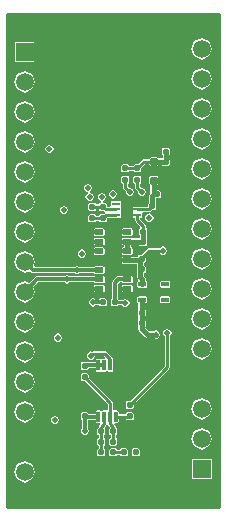
<source format=gbl>
G04*
G04 #@! TF.GenerationSoftware,Altium Limited,CircuitStudio,1.5.1 (13)*
G04*
G04 Layer_Physical_Order=4*
G04 Layer_Color=16711680*
%FSLAX25Y25*%
%MOIN*%
G70*
G01*
G75*
G04:AMPARAMS|DCode=10|XSize=19.69mil|YSize=19.69mil|CornerRadius=1.97mil|HoleSize=0mil|Usage=FLASHONLY|Rotation=180.000|XOffset=0mil|YOffset=0mil|HoleType=Round|Shape=RoundedRectangle|*
%AMROUNDEDRECTD10*
21,1,0.01969,0.01575,0,0,180.0*
21,1,0.01575,0.01969,0,0,180.0*
1,1,0.00394,-0.00787,0.00787*
1,1,0.00394,0.00787,0.00787*
1,1,0.00394,0.00787,-0.00787*
1,1,0.00394,-0.00787,-0.00787*
%
%ADD10ROUNDEDRECTD10*%
G04:AMPARAMS|DCode=15|XSize=35mil|YSize=12.01mil|CornerRadius=1.5mil|HoleSize=0mil|Usage=FLASHONLY|Rotation=90.000|XOffset=0mil|YOffset=0mil|HoleType=Round|Shape=RoundedRectangle|*
%AMROUNDEDRECTD15*
21,1,0.03500,0.00901,0,0,90.0*
21,1,0.03200,0.01201,0,0,90.0*
1,1,0.00300,0.00450,0.01600*
1,1,0.00300,0.00450,-0.01600*
1,1,0.00300,-0.00450,-0.01600*
1,1,0.00300,-0.00450,0.01600*
%
%ADD15ROUNDEDRECTD15*%
G04:AMPARAMS|DCode=17|XSize=19.69mil|YSize=19.69mil|CornerRadius=1.97mil|HoleSize=0mil|Usage=FLASHONLY|Rotation=90.000|XOffset=0mil|YOffset=0mil|HoleType=Round|Shape=RoundedRectangle|*
%AMROUNDEDRECTD17*
21,1,0.01969,0.01575,0,0,90.0*
21,1,0.01575,0.01969,0,0,90.0*
1,1,0.00394,0.00787,0.00787*
1,1,0.00394,0.00787,-0.00787*
1,1,0.00394,-0.00787,-0.00787*
1,1,0.00394,-0.00787,0.00787*
%
%ADD17ROUNDEDRECTD17*%
%ADD23C,0.01000*%
%ADD24C,0.01200*%
%ADD25R,0.05906X0.05906*%
%ADD26C,0.05906*%
%ADD27C,0.02000*%
G04:AMPARAMS|DCode=28|XSize=30mil|YSize=18mil|CornerRadius=0.9mil|HoleSize=0mil|Usage=FLASHONLY|Rotation=0.000|XOffset=0mil|YOffset=0mil|HoleType=Round|Shape=RoundedRectangle|*
%AMROUNDEDRECTD28*
21,1,0.03000,0.01620,0,0,0.0*
21,1,0.02820,0.01800,0,0,0.0*
1,1,0.00180,0.01410,-0.00810*
1,1,0.00180,-0.01410,-0.00810*
1,1,0.00180,-0.01410,0.00810*
1,1,0.00180,0.01410,0.00810*
%
%ADD28ROUNDEDRECTD28*%
G04:AMPARAMS|DCode=29|XSize=16mil|YSize=26mil|CornerRadius=0.8mil|HoleSize=0mil|Usage=FLASHONLY|Rotation=270.000|XOffset=0mil|YOffset=0mil|HoleType=Round|Shape=RoundedRectangle|*
%AMROUNDEDRECTD29*
21,1,0.01600,0.02440,0,0,270.0*
21,1,0.01440,0.02600,0,0,270.0*
1,1,0.00160,-0.01220,-0.00720*
1,1,0.00160,-0.01220,0.00720*
1,1,0.00160,0.01220,0.00720*
1,1,0.00160,0.01220,-0.00720*
%
%ADD29ROUNDEDRECTD29*%
G04:AMPARAMS|DCode=30|XSize=23.62mil|YSize=23.62mil|CornerRadius=2.36mil|HoleSize=0mil|Usage=FLASHONLY|Rotation=270.000|XOffset=0mil|YOffset=0mil|HoleType=Round|Shape=RoundedRectangle|*
%AMROUNDEDRECTD30*
21,1,0.02362,0.01890,0,0,270.0*
21,1,0.01890,0.02362,0,0,270.0*
1,1,0.00472,-0.00945,-0.00945*
1,1,0.00472,-0.00945,0.00945*
1,1,0.00472,0.00945,0.00945*
1,1,0.00472,0.00945,-0.00945*
%
%ADD30ROUNDEDRECTD30*%
G04:AMPARAMS|DCode=31|XSize=15.75mil|YSize=15.75mil|CornerRadius=1.58mil|HoleSize=0mil|Usage=FLASHONLY|Rotation=270.000|XOffset=0mil|YOffset=0mil|HoleType=Round|Shape=RoundedRectangle|*
%AMROUNDEDRECTD31*
21,1,0.01575,0.01260,0,0,270.0*
21,1,0.01260,0.01575,0,0,270.0*
1,1,0.00315,-0.00630,-0.00630*
1,1,0.00315,-0.00630,0.00630*
1,1,0.00315,0.00630,0.00630*
1,1,0.00315,0.00630,-0.00630*
%
%ADD31ROUNDEDRECTD31*%
G04:AMPARAMS|DCode=32|XSize=24.02mil|YSize=55.91mil|CornerRadius=1.2mil|HoleSize=0mil|Usage=FLASHONLY|Rotation=180.000|XOffset=0mil|YOffset=0mil|HoleType=Round|Shape=RoundedRectangle|*
%AMROUNDEDRECTD32*
21,1,0.02402,0.05350,0,0,180.0*
21,1,0.02161,0.05591,0,0,180.0*
1,1,0.00240,-0.01081,0.02675*
1,1,0.00240,0.01081,0.02675*
1,1,0.00240,0.01081,-0.02675*
1,1,0.00240,-0.01081,-0.02675*
%
%ADD32ROUNDEDRECTD32*%
G04:AMPARAMS|DCode=33|XSize=26.58mil|YSize=9.84mil|CornerRadius=0.49mil|HoleSize=0mil|Usage=FLASHONLY|Rotation=180.000|XOffset=0mil|YOffset=0mil|HoleType=Round|Shape=RoundedRectangle|*
%AMROUNDEDRECTD33*
21,1,0.02658,0.00886,0,0,180.0*
21,1,0.02559,0.00984,0,0,180.0*
1,1,0.00098,-0.01280,0.00443*
1,1,0.00098,0.01280,0.00443*
1,1,0.00098,0.01280,-0.00443*
1,1,0.00098,-0.01280,-0.00443*
%
%ADD33ROUNDEDRECTD33*%
%ADD34C,0.01500*%
G36*
X135433Y17786D02*
X64567D01*
Y182214D01*
X135433D01*
Y17786D01*
D02*
G37*
%LPC*%
G36*
X93267Y87393D02*
X92272Y86981D01*
X91860Y85986D01*
X92272Y84991D01*
X93267Y84579D01*
X94262Y84991D01*
X94276Y85026D01*
X95284D01*
X95364Y84832D01*
X95744Y84675D01*
X97319D01*
X97699Y84832D01*
X97857Y85213D01*
Y86787D01*
X97699Y87168D01*
X97319Y87325D01*
X95744D01*
X95364Y87168D01*
X95284Y86974D01*
X94265D01*
X94262Y86981D01*
X93267Y87393D01*
D02*
G37*
G36*
X118520Y88072D02*
X116080D01*
X115789Y87952D01*
X115669Y87661D01*
Y86221D01*
X115789Y85930D01*
X116080Y85810D01*
X118520D01*
X118811Y85930D01*
X118931Y86221D01*
Y87661D01*
X118811Y87952D01*
X118520Y88072D01*
D02*
G37*
G36*
X129528Y94021D02*
X127038Y92989D01*
X126007Y90500D01*
X127038Y88011D01*
X129528Y86979D01*
X132017Y88011D01*
X133048Y90500D01*
X132017Y92989D01*
X129528Y94021D01*
D02*
G37*
G36*
Y84021D02*
X127038Y82990D01*
X126007Y80500D01*
X127038Y78010D01*
X129528Y76979D01*
X132017Y78010D01*
X133048Y80500D01*
X132017Y82990D01*
X129528Y84021D01*
D02*
G37*
G36*
X81567Y75693D02*
X80572Y75281D01*
X80160Y74286D01*
X80572Y73291D01*
X81567Y72879D01*
X82562Y73291D01*
X82974Y74286D01*
X82562Y75281D01*
X81567Y75693D01*
D02*
G37*
G36*
X110920Y88072D02*
X108480D01*
X108189Y87952D01*
X108069Y87661D01*
Y86221D01*
X108189Y85930D01*
X108395Y85845D01*
Y83681D01*
X108364Y83668D01*
X108206Y83287D01*
Y81713D01*
X108364Y81332D01*
X108395Y81319D01*
Y80181D01*
X108364Y80168D01*
X108206Y79787D01*
Y78213D01*
X108364Y77832D01*
X108395Y77819D01*
Y77221D01*
X108728Y76417D01*
X110663Y74482D01*
X111467Y74149D01*
X113514D01*
X114167Y73879D01*
X115162Y74291D01*
X115574Y75286D01*
X115162Y76281D01*
X114167Y76693D01*
X113514Y76422D01*
X111938D01*
X110940Y77420D01*
X110699Y77832D01*
X110857Y78213D01*
Y79787D01*
X110699Y80168D01*
X110668Y80181D01*
Y81319D01*
X110699Y81332D01*
X110857Y81713D01*
Y83287D01*
X110699Y83668D01*
X110668Y83681D01*
Y85810D01*
X110920D01*
X111211Y85930D01*
X111331Y86221D01*
Y87661D01*
X111211Y87952D01*
X110920Y88072D01*
D02*
G37*
G36*
X70472Y83021D02*
X67983Y81990D01*
X66952Y79500D01*
X67983Y77011D01*
X70472Y75979D01*
X72962Y77011D01*
X73993Y79500D01*
X72962Y81990D01*
X70472Y83021D01*
D02*
G37*
G36*
X106110Y94933D02*
X103290D01*
X102991Y94809D01*
X102936Y94675D01*
X101701D01*
X101012Y94390D01*
X99780Y93157D01*
X99494Y92469D01*
Y87248D01*
X99301Y87168D01*
X99143Y86787D01*
Y85213D01*
X99301Y84832D01*
X99681Y84675D01*
X101256D01*
X101636Y84832D01*
X101761Y85134D01*
X102930D01*
X103072Y84791D01*
X104067Y84379D01*
X105062Y84791D01*
X105474Y85786D01*
X105062Y86781D01*
X104067Y87193D01*
X103278Y86866D01*
X101761D01*
X101636Y87168D01*
X101443Y87248D01*
Y92065D01*
X102104Y92727D01*
X102936D01*
X102991Y92592D01*
X103290Y92469D01*
X106110D01*
X106409Y92592D01*
X106532Y92891D01*
Y94511D01*
X106409Y94809D01*
X106110Y94933D01*
D02*
G37*
G36*
X70472Y103021D02*
X67983Y101989D01*
X66952Y99500D01*
X67983Y97010D01*
X70472Y95979D01*
X71988Y96607D01*
X72433Y96162D01*
X73122Y95876D01*
X87037D01*
X87072Y95791D01*
X88067Y95379D01*
X89062Y95791D01*
X89097Y95876D01*
X93536D01*
X93591Y95742D01*
X93890Y95618D01*
X96710D01*
X97009Y95742D01*
X97132Y96040D01*
Y97660D01*
X97009Y97959D01*
X96710Y98083D01*
X93890D01*
X93591Y97959D01*
X93536Y97825D01*
X88956D01*
X88067Y98193D01*
X87178Y97825D01*
X73840D01*
X73502Y98315D01*
X73993Y99500D01*
X72962Y101989D01*
X70472Y103021D01*
D02*
G37*
G36*
X129528Y104021D02*
X127038Y102990D01*
X126007Y100500D01*
X127038Y98010D01*
X129528Y96979D01*
X132017Y98010D01*
X133048Y100500D01*
X132017Y102990D01*
X129528Y104021D01*
D02*
G37*
G36*
X84567Y95108D02*
X83572Y94696D01*
X83563Y94675D01*
X74673D01*
X73984Y94390D01*
X71988Y92393D01*
X70472Y93021D01*
X67983Y91989D01*
X66952Y89500D01*
X67983Y87011D01*
X70472Y85979D01*
X72962Y87011D01*
X73993Y89500D01*
X73365Y91015D01*
X75077Y92727D01*
X83563D01*
X83572Y92706D01*
X84567Y92294D01*
X85562Y92706D01*
X85571Y92727D01*
X93536D01*
X93591Y92592D01*
X93890Y92469D01*
X96710D01*
X97009Y92592D01*
X97132Y92891D01*
Y94511D01*
X97009Y94809D01*
X96710Y94933D01*
X93890D01*
X93591Y94809D01*
X93536Y94675D01*
X85571D01*
X85562Y94696D01*
X84567Y95108D01*
D02*
G37*
G36*
X96710Y91783D02*
X93890D01*
X93591Y91660D01*
X93468Y91361D01*
Y89741D01*
X93591Y89443D01*
X93890Y89319D01*
X96710D01*
X97009Y89443D01*
X97132Y89741D01*
Y91361D01*
X97009Y91660D01*
X96710Y91783D01*
D02*
G37*
G36*
X106110D02*
X103290D01*
X102991Y91660D01*
X102868Y91361D01*
Y89741D01*
X102991Y89443D01*
X103290Y89319D01*
X106110D01*
X106409Y89443D01*
X106532Y89741D01*
Y91361D01*
X106409Y91660D01*
X106110Y91783D01*
D02*
G37*
G36*
X118520Y93190D02*
X116080D01*
X115789Y93070D01*
X115669Y92779D01*
Y91339D01*
X115789Y91048D01*
X116080Y90928D01*
X118520D01*
X118811Y91048D01*
X118931Y91339D01*
Y92779D01*
X118811Y93070D01*
X118520Y93190D01*
D02*
G37*
G36*
X129528Y44021D02*
X127038Y42990D01*
X126007Y40500D01*
X127038Y38010D01*
X129528Y36979D01*
X132017Y38010D01*
X133048Y40500D01*
X132017Y42990D01*
X129528Y44021D01*
D02*
G37*
G36*
X80567Y48193D02*
X79572Y47781D01*
X79160Y46786D01*
X79572Y45791D01*
X80567Y45379D01*
X81562Y45791D01*
X81974Y46786D01*
X81562Y47781D01*
X80567Y48193D01*
D02*
G37*
G36*
X70472Y53021D02*
X67983Y51990D01*
X66952Y49500D01*
X67983Y47010D01*
X70472Y45979D01*
X72962Y47010D01*
X73993Y49500D01*
X72962Y51990D01*
X70472Y53021D01*
D02*
G37*
G36*
X104319Y37325D02*
X102744D01*
X102364Y37168D01*
X102239Y36866D01*
X101261D01*
X101136Y37168D01*
X100756Y37325D01*
X99181D01*
X98801Y37168D01*
X98643Y36787D01*
Y35213D01*
X98801Y34832D01*
X99181Y34675D01*
X100756D01*
X101136Y34832D01*
X101261Y35134D01*
X102239D01*
X102364Y34832D01*
X102744Y34675D01*
X104319D01*
X104699Y34832D01*
X104857Y35213D01*
Y36787D01*
X104699Y37168D01*
X104319Y37325D01*
D02*
G37*
G36*
X70472Y33021D02*
X67983Y31990D01*
X66952Y29500D01*
X67983Y27010D01*
X70472Y25979D01*
X72962Y27010D01*
X73993Y29500D01*
X72962Y31990D01*
X70472Y33021D01*
D02*
G37*
G36*
X132780Y33753D02*
X126275D01*
Y27247D01*
X132780D01*
Y33753D01*
D02*
G37*
G36*
X108256Y37325D02*
X106681D01*
X106301Y37168D01*
X106143Y36787D01*
Y35213D01*
X106301Y34832D01*
X106681Y34675D01*
X108256D01*
X108636Y34832D01*
X108794Y35213D01*
Y36787D01*
X108636Y37168D01*
X108256Y37325D01*
D02*
G37*
G36*
X70472Y73021D02*
X67983Y71990D01*
X66952Y69500D01*
X67983Y67010D01*
X70472Y65979D01*
X72962Y67010D01*
X73993Y69500D01*
X72962Y71990D01*
X70472Y73021D01*
D02*
G37*
G36*
X129528Y74021D02*
X127038Y72989D01*
X126007Y70500D01*
X127038Y68010D01*
X129528Y66979D01*
X132017Y68010D01*
X133048Y70500D01*
X132017Y72989D01*
X129528Y74021D01*
D02*
G37*
G36*
X97167Y69752D02*
X93167D01*
X92796Y69598D01*
X92567Y69693D01*
X91572Y69281D01*
X91160Y68286D01*
X91572Y67291D01*
X92567Y66879D01*
X93562Y67291D01*
X93864Y68020D01*
X96808D01*
X97196Y67632D01*
X96989Y67132D01*
X96581D01*
X96306Y67019D01*
X96237Y66990D01*
X95858D01*
X95788Y67019D01*
X95513Y67132D01*
X94613D01*
X94268Y66990D01*
X94126Y66645D01*
Y66019D01*
X91716D01*
X91668Y66136D01*
X91287Y66294D01*
X89713D01*
X89332Y66136D01*
X89175Y65756D01*
Y64181D01*
X89332Y63801D01*
X89713Y63643D01*
X91287D01*
X91668Y63801D01*
X91780Y64071D01*
X94126D01*
Y63445D01*
X94268Y63101D01*
X94613Y62958D01*
X95513D01*
X95788Y63072D01*
X95858Y63101D01*
X96237D01*
X96306Y63072D01*
X96581Y62958D01*
X97482D01*
X97688Y63044D01*
X97826Y63101D01*
X98016D01*
X98205D01*
X98344Y63044D01*
X98550Y62958D01*
X99450D01*
X99795Y63101D01*
X99937Y63445D01*
Y66645D01*
X99866Y66818D01*
Y67053D01*
X99612Y67665D01*
X97779Y69498D01*
X97167Y69752D01*
D02*
G37*
G36*
X70472Y63021D02*
X67983Y61989D01*
X66952Y59500D01*
X67983Y57011D01*
X70472Y55979D01*
X72962Y57011D01*
X73993Y59500D01*
X72962Y61989D01*
X70472Y63021D01*
D02*
G37*
G36*
X129528Y54021D02*
X127038Y52990D01*
X126007Y50500D01*
X127038Y48010D01*
X129528Y46979D01*
X132017Y48010D01*
X133048Y50500D01*
X132017Y52990D01*
X129528Y54021D01*
D02*
G37*
G36*
X91287Y62357D02*
X89713D01*
X89332Y62199D01*
X89175Y61819D01*
Y60244D01*
X89332Y59864D01*
X89713Y59706D01*
X90601D01*
X98201Y52106D01*
Y50178D01*
X97707Y49954D01*
X97688Y49957D01*
X97482Y50042D01*
X96581D01*
X96375Y49957D01*
X96237Y49899D01*
X96047D01*
X95858D01*
X95719Y49957D01*
X95513Y50042D01*
X94613D01*
X94268Y49899D01*
X94126Y49555D01*
Y48929D01*
X91780D01*
X91668Y49199D01*
X91287Y49357D01*
X89713D01*
X89332Y49199D01*
X89175Y48819D01*
Y47244D01*
X89332Y46864D01*
X89593Y46756D01*
Y44289D01*
X89572Y44281D01*
X89160Y43286D01*
X89572Y42291D01*
X90567Y41879D01*
X91562Y42291D01*
X91974Y43286D01*
X91562Y44281D01*
X91541Y44289D01*
Y46811D01*
X91668Y46864D01*
X91716Y46981D01*
X94126D01*
Y46355D01*
X94268Y46010D01*
X94613Y45868D01*
X95436D01*
X95589Y45658D01*
X95681Y45406D01*
X95388Y45112D01*
X95134Y44500D01*
Y44280D01*
X94864Y44168D01*
X94706Y43787D01*
Y42213D01*
X94864Y41832D01*
X95166Y41707D01*
Y40793D01*
X94864Y40668D01*
X94706Y40287D01*
Y38713D01*
X94864Y38332D01*
X95166Y38207D01*
Y37293D01*
X94864Y37168D01*
X94706Y36787D01*
Y35213D01*
X94864Y34832D01*
X95244Y34675D01*
X96819D01*
X97199Y34832D01*
X97357Y35213D01*
Y36787D01*
X97199Y37168D01*
X96897Y37293D01*
Y38207D01*
X97199Y38332D01*
X97357Y38713D01*
Y40287D01*
X97199Y40668D01*
X96897Y40793D01*
Y41707D01*
X97199Y41832D01*
X97357Y42213D01*
Y43787D01*
X97199Y44168D01*
X97148Y44424D01*
X97644Y44919D01*
X97739Y45148D01*
X98280D01*
X98388Y44888D01*
X98852Y44424D01*
X98801Y44168D01*
X98643Y43787D01*
Y42213D01*
X98801Y41832D01*
X99134Y41694D01*
Y40806D01*
X98801Y40668D01*
X98643Y40287D01*
Y38713D01*
X98801Y38332D01*
X99181Y38175D01*
X100756D01*
X101136Y38332D01*
X101294Y38713D01*
Y40287D01*
X101136Y40668D01*
X100866Y40780D01*
Y41720D01*
X101136Y41832D01*
X101294Y42213D01*
Y43787D01*
X101136Y44168D01*
X100866Y44280D01*
Y44500D01*
X100612Y45112D01*
X100313Y45411D01*
X100464Y45748D01*
X100564Y45868D01*
X101419D01*
X101763Y46010D01*
X101906Y46355D01*
Y47089D01*
X104239D01*
X104332Y46864D01*
X104713Y46706D01*
X106287D01*
X106668Y46864D01*
X106825Y47244D01*
Y48819D01*
X106668Y49199D01*
X106287Y49357D01*
X104713D01*
X104332Y49199D01*
X104175Y48821D01*
X101906D01*
Y49555D01*
X101763Y49899D01*
X101419Y50042D01*
X100518D01*
X100433Y50006D01*
X99933Y50311D01*
Y52465D01*
X99679Y53077D01*
X91825Y60931D01*
Y61819D01*
X91668Y62199D01*
X91287Y62357D01*
D02*
G37*
G36*
X118067Y77193D02*
X117072Y76781D01*
X116660Y75786D01*
X117072Y74791D01*
X117201Y74737D01*
Y64894D01*
X105601Y53294D01*
X104713D01*
X104332Y53136D01*
X104175Y52756D01*
Y51181D01*
X104332Y50801D01*
X104713Y50643D01*
X106287D01*
X106668Y50801D01*
X106825Y51181D01*
Y52069D01*
X118679Y63923D01*
X118933Y64535D01*
Y74737D01*
X119062Y74791D01*
X119474Y75786D01*
X119062Y76781D01*
X118067Y77193D01*
D02*
G37*
G36*
X118386Y137611D02*
X116811D01*
X116431Y137453D01*
X116273Y137073D01*
Y135498D01*
X116431Y135118D01*
X116462Y135105D01*
Y134072D01*
X115013D01*
X114922Y134291D01*
X114512Y134461D01*
X112622D01*
X112212Y134291D01*
X112042Y133880D01*
Y133801D01*
X110248D01*
X109636Y133548D01*
X108168Y132080D01*
X107280D01*
X106899Y131922D01*
X106774Y131620D01*
X105359D01*
X105235Y131922D01*
X104854Y132080D01*
X103279D01*
X102899Y131922D01*
X102742Y131542D01*
Y129967D01*
X102899Y129587D01*
X103279Y129429D01*
X104854D01*
X105235Y129587D01*
X105359Y129888D01*
X106774D01*
X106899Y129587D01*
X107280Y129429D01*
X108854D01*
X109234Y129587D01*
X109392Y129967D01*
Y130855D01*
X110607Y132070D01*
X112042D01*
Y131991D01*
X112212Y131580D01*
X112622Y131410D01*
X114512D01*
X114922Y131580D01*
X115013Y131799D01*
X116356D01*
X116431Y131618D01*
X116811Y131461D01*
X118386D01*
X118766Y131618D01*
X118924Y131998D01*
Y133573D01*
X118766Y133953D01*
X118735Y133966D01*
Y135105D01*
X118766Y135118D01*
X118924Y135498D01*
Y137073D01*
X118766Y137453D01*
X118386Y137611D01*
D02*
G37*
G36*
X78767Y138493D02*
X77772Y138081D01*
X77360Y137086D01*
X77772Y136091D01*
X78767Y135679D01*
X79762Y136091D01*
X80174Y137086D01*
X79762Y138081D01*
X78767Y138493D01*
D02*
G37*
G36*
X70472Y143021D02*
X67983Y141990D01*
X66952Y139500D01*
X67983Y137010D01*
X70472Y135979D01*
X72962Y137010D01*
X73993Y139500D01*
X72962Y141990D01*
X70472Y143021D01*
D02*
G37*
G36*
X129528Y134021D02*
X127038Y132990D01*
X126007Y130500D01*
X127038Y128010D01*
X129528Y126979D01*
X132017Y128010D01*
X133048Y130500D01*
X132017Y132990D01*
X129528Y134021D01*
D02*
G37*
G36*
X104854Y128142D02*
X103279D01*
X102899Y127985D01*
X102742Y127605D01*
Y126030D01*
X102899Y125650D01*
X103201Y125525D01*
Y124286D01*
X103455Y123673D01*
X104213Y122915D01*
X104160Y122786D01*
X104572Y121791D01*
X105567Y121379D01*
X106562Y121791D01*
X106974Y122786D01*
X106562Y123781D01*
X105567Y124193D01*
X105438Y124139D01*
X104933Y124644D01*
Y125525D01*
X105235Y125650D01*
X105392Y126030D01*
Y127605D01*
X105235Y127985D01*
X104854Y128142D01*
D02*
G37*
G36*
X108854D02*
X107280D01*
X106899Y127985D01*
X106742Y127605D01*
Y126030D01*
X106899Y125650D01*
X107201Y125525D01*
Y124286D01*
X107455Y123673D01*
X108213Y122915D01*
X108160Y122786D01*
X108572Y121791D01*
X109567Y121379D01*
X110562Y121791D01*
X110974Y122786D01*
X110562Y123781D01*
X109567Y124193D01*
X109438Y124139D01*
X108933Y124644D01*
Y125525D01*
X109234Y125650D01*
X109392Y126030D01*
Y127605D01*
X109234Y127985D01*
X108854Y128142D01*
D02*
G37*
G36*
X70472Y133021D02*
X67983Y131990D01*
X66952Y129500D01*
X67983Y127010D01*
X70472Y125979D01*
X72962Y127010D01*
X73993Y129500D01*
X72962Y131990D01*
X70472Y133021D01*
D02*
G37*
G36*
X129528Y164021D02*
X127038Y162990D01*
X126007Y160500D01*
X127038Y158010D01*
X129528Y156979D01*
X132017Y158010D01*
X133048Y160500D01*
X132017Y162990D01*
X129528Y164021D01*
D02*
G37*
G36*
X73725Y172753D02*
X67220D01*
Y166247D01*
X73725D01*
Y172753D01*
D02*
G37*
G36*
X129528Y174021D02*
X127038Y172990D01*
X126007Y170500D01*
X127038Y168010D01*
X129528Y166979D01*
X132017Y168010D01*
X133048Y170500D01*
X132017Y172990D01*
X129528Y174021D01*
D02*
G37*
G36*
X70472Y163021D02*
X67983Y161990D01*
X66952Y159500D01*
X67983Y157010D01*
X70472Y155979D01*
X72962Y157010D01*
X73993Y159500D01*
X72962Y161990D01*
X70472Y163021D01*
D02*
G37*
G36*
X129528Y144021D02*
X127038Y142990D01*
X126007Y140500D01*
X127038Y138010D01*
X129528Y136979D01*
X132017Y138010D01*
X133048Y140500D01*
X132017Y142990D01*
X129528Y144021D01*
D02*
G37*
G36*
X70472Y153021D02*
X67983Y151990D01*
X66952Y149500D01*
X67983Y147010D01*
X70472Y145979D01*
X72962Y147010D01*
X73993Y149500D01*
X72962Y151990D01*
X70472Y153021D01*
D02*
G37*
G36*
X129528Y154021D02*
X127038Y152990D01*
X126007Y150500D01*
X127038Y148010D01*
X129528Y146979D01*
X132017Y148010D01*
X133048Y150500D01*
X132017Y152990D01*
X129528Y154021D01*
D02*
G37*
G36*
X99967Y123393D02*
X98972Y122981D01*
X98560Y121986D01*
X98972Y120991D01*
X99967Y120579D01*
X100962Y120991D01*
X101374Y121986D01*
X100962Y122981D01*
X99967Y123393D01*
D02*
G37*
G36*
X70472Y113021D02*
X67983Y111990D01*
X66952Y109500D01*
X67983Y107010D01*
X70472Y105979D01*
X72962Y107010D01*
X73993Y109500D01*
X72962Y111990D01*
X70472Y113021D01*
D02*
G37*
G36*
X129528Y114021D02*
X127038Y112990D01*
X126007Y110500D01*
X127038Y108010D01*
X129528Y106979D01*
X132017Y108010D01*
X133048Y110500D01*
X132017Y112990D01*
X129528Y114021D01*
D02*
G37*
G36*
X96710Y110681D02*
X93890D01*
X93591Y110557D01*
X93468Y110259D01*
Y108639D01*
X93591Y108340D01*
X93890Y108217D01*
X96710D01*
X97009Y108340D01*
X97132Y108639D01*
Y110259D01*
X97009Y110557D01*
X96710Y110681D01*
D02*
G37*
G36*
Y107531D02*
X93890D01*
X93591Y107408D01*
X93468Y107109D01*
Y105489D01*
X93591Y105191D01*
X93890Y105067D01*
X96710D01*
X97009Y105191D01*
X97132Y105489D01*
Y107109D01*
X97009Y107408D01*
X96710Y107531D01*
D02*
G37*
G36*
X89567Y103693D02*
X88572Y103281D01*
X88160Y102286D01*
X88572Y101291D01*
X89567Y100879D01*
X90562Y101291D01*
X90974Y102286D01*
X90562Y103281D01*
X89567Y103693D01*
D02*
G37*
G36*
X116467Y104693D02*
X115472Y104281D01*
X115377Y104052D01*
X111967D01*
X111355Y103798D01*
X109382Y101825D01*
X108744D01*
X108364Y101668D01*
X108206Y101287D01*
Y101137D01*
X106341D01*
X106110Y101232D01*
X103290D01*
X102991Y101109D01*
X102868Y100810D01*
Y99190D01*
X102991Y98892D01*
X103290Y98768D01*
X106110D01*
X106341Y98864D01*
X107863D01*
Y94500D01*
X108196Y93696D01*
X108255Y93638D01*
X108189Y93070D01*
X108069Y92779D01*
Y91339D01*
X108189Y91048D01*
X108480Y90928D01*
X109687D01*
X109700Y90923D01*
X109713Y90928D01*
X110920D01*
X111211Y91048D01*
X111331Y91339D01*
Y92779D01*
X111211Y93070D01*
X110920Y93190D01*
X110837D01*
Y93800D01*
X110504Y94604D01*
X110136Y94971D01*
Y95675D01*
X110319D01*
X110699Y95832D01*
X110857Y96213D01*
Y97787D01*
X110699Y98168D01*
X110319Y98325D01*
X110136D01*
Y99175D01*
X110319D01*
X110699Y99332D01*
X110857Y99713D01*
Y100851D01*
X112326Y102320D01*
X115460D01*
X115472Y102291D01*
X116467Y101879D01*
X117462Y102291D01*
X117874Y103286D01*
X117462Y104281D01*
X116467Y104693D01*
D02*
G37*
G36*
X96710Y104382D02*
X93890D01*
X93591Y104258D01*
X93468Y103960D01*
Y102340D01*
X93591Y102041D01*
X93890Y101918D01*
X96710D01*
X97009Y102041D01*
X97132Y102340D01*
Y103960D01*
X97009Y104258D01*
X96710Y104382D01*
D02*
G37*
G36*
X129528Y124021D02*
X127038Y122990D01*
X126007Y120500D01*
X127038Y118010D01*
X129528Y116979D01*
X132017Y118010D01*
X133048Y120500D01*
X132017Y122990D01*
X129528Y124021D01*
D02*
G37*
G36*
X96267Y122493D02*
X95272Y122081D01*
X94860Y121086D01*
X95272Y120091D01*
X95989Y119794D01*
X95890Y119294D01*
X95713D01*
X95332Y119136D01*
X95207Y118834D01*
X94293D01*
X94168Y119136D01*
X93787Y119294D01*
X92213D01*
X91832Y119136D01*
X91675Y118756D01*
Y117181D01*
X91832Y116801D01*
X92213Y116643D01*
X93787D01*
X94168Y116801D01*
X94293Y117103D01*
X95207D01*
X95332Y116801D01*
X95713Y116643D01*
X96601D01*
X96856Y116388D01*
X97117Y116280D01*
Y115739D01*
X96888Y115644D01*
X96601Y115357D01*
X95713D01*
X95332Y115199D01*
X95207Y114897D01*
X94293D01*
X94168Y115199D01*
X93787Y115357D01*
X92213D01*
X91832Y115199D01*
X91675Y114819D01*
Y113244D01*
X91832Y112864D01*
X92213Y112706D01*
X93787D01*
X94168Y112864D01*
X94293Y113166D01*
X95207D01*
X95332Y112864D01*
X95713Y112706D01*
X97287D01*
X97668Y112864D01*
X97825Y113244D01*
Y114132D01*
X97859Y114166D01*
X100908D01*
X101016Y114211D01*
X102187D01*
X102454Y114321D01*
X102565Y114589D01*
Y115474D01*
X102454Y115742D01*
X102446Y115745D01*
Y116286D01*
X102454Y116290D01*
X102565Y116557D01*
Y117443D01*
X102454Y117710D01*
X102446Y117714D01*
Y118255D01*
X102454Y118258D01*
X102565Y118526D01*
Y119411D01*
X102454Y119679D01*
X102187Y119789D01*
X99628D01*
X99361Y119679D01*
X99250Y119411D01*
Y118526D01*
X99316Y118366D01*
X99100Y117866D01*
X99100Y117866D01*
X97827D01*
X97825Y117868D01*
Y118756D01*
X97668Y119136D01*
X97287Y119294D01*
X96644D01*
X96545Y119794D01*
X97262Y120091D01*
X97674Y121086D01*
X97262Y122081D01*
X96267Y122493D01*
D02*
G37*
G36*
X91667Y125593D02*
X90672Y125181D01*
X90260Y124186D01*
X90672Y123191D01*
X91488Y122853D01*
X91500Y122317D01*
X91172Y122181D01*
X90760Y121186D01*
X91172Y120191D01*
X92167Y119779D01*
X93162Y120191D01*
X93574Y121186D01*
X93162Y122181D01*
X92346Y122519D01*
X92334Y123055D01*
X92662Y123191D01*
X93074Y124186D01*
X92662Y125181D01*
X91667Y125593D01*
D02*
G37*
G36*
X70472Y123021D02*
X67983Y121990D01*
X66952Y119500D01*
X67983Y117010D01*
X70472Y115979D01*
X72962Y117010D01*
X73993Y119500D01*
X72962Y121990D01*
X70472Y123021D01*
D02*
G37*
G36*
X106110Y110681D02*
X103290D01*
X102991Y110557D01*
X102868Y110259D01*
Y108639D01*
X102991Y108340D01*
X103290Y108217D01*
X106110D01*
X106409Y108340D01*
X106532Y108639D01*
Y110259D01*
X106409Y110557D01*
X106110Y110681D01*
D02*
G37*
G36*
X114512Y128161D02*
X112622D01*
X112212Y127991D01*
X112042Y127581D01*
Y125691D01*
X112212Y125281D01*
X112430Y125190D01*
Y122372D01*
X112228Y122288D01*
X111895Y121484D01*
Y119181D01*
X111864Y119168D01*
X111706Y118787D01*
Y117899D01*
X111673Y117866D01*
X108092D01*
X107984Y117821D01*
X106813D01*
X106546Y117710D01*
X106435Y117443D01*
Y116557D01*
X106546Y116290D01*
X106554Y116286D01*
Y115745D01*
X106546Y115742D01*
X106435Y115474D01*
Y114589D01*
X106546Y114321D01*
X106813Y114211D01*
X107227D01*
Y113408D01*
X107480Y112795D01*
X109021Y111255D01*
X108945Y110701D01*
X108864Y110668D01*
X108706Y110287D01*
Y108713D01*
X108864Y108332D01*
X108895Y108319D01*
Y107436D01*
X106341D01*
X106110Y107531D01*
X103290D01*
X102991Y107408D01*
X102868Y107109D01*
Y105489D01*
X102991Y105191D01*
X103290Y105067D01*
X103563D01*
Y104382D01*
X103290D01*
X102991Y104258D01*
X102868Y103960D01*
Y102340D01*
X102991Y102041D01*
X103290Y101918D01*
X106110D01*
X106409Y102041D01*
X106532Y102340D01*
Y103960D01*
X106409Y104258D01*
X106110Y104382D01*
X105836D01*
Y105067D01*
X106110D01*
X106341Y105163D01*
X108727D01*
X108864Y104832D01*
X109244Y104675D01*
X110819D01*
X111199Y104832D01*
X111357Y105213D01*
Y106787D01*
X111199Y107168D01*
X111168Y107181D01*
Y108319D01*
X111199Y108332D01*
X111357Y108713D01*
Y110287D01*
X111199Y110668D01*
X110897Y110793D01*
Y111469D01*
X110644Y112081D01*
X109014Y113711D01*
X109092Y114211D01*
X109372D01*
X109639Y114321D01*
X109750Y114589D01*
Y115474D01*
X109684Y115634D01*
X109900Y116134D01*
X109900Y116134D01*
X111588D01*
X111588D01*
X111826Y116134D01*
X111828Y116124D01*
X111836Y116080D01*
X111840Y116063D01*
X111898Y115769D01*
X111903Y115742D01*
X111904Y115742D01*
X111919Y115664D01*
X111925Y115634D01*
X111923Y115633D01*
X111834Y115596D01*
X111663Y115525D01*
X111072Y115281D01*
X110660Y114286D01*
X111072Y113291D01*
X112067Y112879D01*
X113062Y113291D01*
X113474Y114286D01*
X113062Y115281D01*
X112382Y115562D01*
X112382D01*
X112120Y115671D01*
X112120Y115672D01*
X112120Y115673D01*
X112120Y115674D01*
X112119Y115678D01*
X112117Y115688D01*
X112115Y115697D01*
X112115Y115698D01*
X112115Y115702D01*
X112114Y115707D01*
X112113Y115723D01*
X112104Y115846D01*
X112088Y116062D01*
X112086Y116094D01*
X112085Y116104D01*
X112119Y116170D01*
X112305Y116247D01*
X112305D01*
X112644Y116388D01*
X112931Y116675D01*
X113819D01*
X114199Y116832D01*
X114357Y117213D01*
Y118787D01*
X114199Y119168D01*
X114168Y119181D01*
Y120675D01*
X115319D01*
X115699Y120832D01*
X115857Y121213D01*
Y122787D01*
X115699Y123168D01*
X115319Y123325D01*
X114703D01*
Y125190D01*
X114922Y125281D01*
X115092Y125691D01*
Y127581D01*
X114922Y127991D01*
X114512Y128161D01*
D02*
G37*
G36*
X83567Y118193D02*
X82572Y117781D01*
X82160Y116786D01*
X82572Y115791D01*
X83567Y115379D01*
X84562Y115791D01*
X84974Y116786D01*
X84562Y117781D01*
X83567Y118193D01*
D02*
G37*
%LPD*%
D10*
X118468Y122000D02*
D03*
X114532D02*
D03*
X117598Y136286D02*
D03*
X121535D02*
D03*
X117598Y132786D02*
D03*
X121535D02*
D03*
X109531Y82500D02*
D03*
X113469D02*
D03*
X109531Y79000D02*
D03*
X113469D02*
D03*
X109531Y97000D02*
D03*
X113469D02*
D03*
X109531Y100500D02*
D03*
X113469D02*
D03*
X110031Y109500D02*
D03*
X113969D02*
D03*
X110031Y106000D02*
D03*
X113969D02*
D03*
X100469Y86000D02*
D03*
X96531D02*
D03*
X96031Y43000D02*
D03*
X99968D02*
D03*
X96031Y39500D02*
D03*
X99968D02*
D03*
Y36000D02*
D03*
X96031D02*
D03*
X107468D02*
D03*
X103532D02*
D03*
X113031Y118000D02*
D03*
X116969D02*
D03*
D15*
X95063Y47955D02*
D03*
X97031D02*
D03*
X99000D02*
D03*
X100969D02*
D03*
Y65045D02*
D03*
X99000D02*
D03*
X97031D02*
D03*
X95063D02*
D03*
D17*
X90500Y48031D02*
D03*
Y51968D02*
D03*
Y61032D02*
D03*
Y64969D02*
D03*
X105500Y51968D02*
D03*
Y48031D02*
D03*
X93000Y117968D02*
D03*
Y114032D02*
D03*
X96500Y117968D02*
D03*
Y114032D02*
D03*
X104067Y126817D02*
D03*
Y130754D02*
D03*
X108067Y126817D02*
D03*
Y130754D02*
D03*
D23*
X95300Y100000D02*
X95514Y99786D01*
X104750Y118968D02*
X108092D01*
X104500Y118719D02*
X104750Y118968D01*
X104500Y117000D02*
Y118719D01*
X93000Y114032D02*
X96500D01*
X97500Y115032D01*
X100908D01*
X93000Y117968D02*
X96500D01*
X97469Y117000D01*
X100908D01*
X70472Y99500D02*
X71135Y98838D01*
X113031Y121484D02*
X113547Y122000D01*
X112031Y117000D02*
X113031Y118000D01*
X108092Y117000D02*
X112031D01*
X110031Y109500D02*
Y111469D01*
X108092Y113408D02*
X110031Y111469D01*
X108092Y113408D02*
Y115032D01*
X109732Y106299D02*
X110031Y106000D01*
X109531Y86772D02*
X109700Y86941D01*
X109000Y99968D02*
X109031Y100000D01*
X109531Y100500D01*
X90500Y64969D02*
X90577Y65045D01*
X105423Y47955D02*
X105500Y48031D01*
X100969Y47955D02*
X105423D01*
X99968Y36000D02*
X103532D01*
X100000Y39531D02*
Y44500D01*
X99968Y39500D02*
X100000Y39531D01*
X99000Y45500D02*
X100000Y44500D01*
X99000Y45500D02*
Y47955D01*
X96031Y39500D02*
Y43000D01*
Y36000D02*
Y39500D01*
X96000Y43031D02*
X96031Y43000D01*
X96000Y43031D02*
Y44500D01*
X97031Y45531D01*
Y47955D01*
X99000Y65045D02*
Y67053D01*
X92567Y68286D02*
X93167Y68886D01*
X97167D01*
X99000Y67053D01*
X116367Y103186D02*
X116467Y103286D01*
X93267Y85986D02*
X93281Y86000D01*
X113547Y122000D02*
X113567Y122020D01*
X117449Y132935D02*
X117598Y132786D01*
X104067Y124286D02*
Y126817D01*
Y124286D02*
X105567Y122786D01*
X108067Y124286D02*
Y126817D01*
Y124286D02*
X109567Y122786D01*
X104067Y130754D02*
X108067D01*
X110248Y132935D01*
X113567D01*
X109531Y100750D02*
X111967Y103186D01*
X116367D01*
X109531Y100500D02*
Y100750D01*
X105500Y51968D02*
X118067Y64535D01*
Y75786D01*
X90500Y61032D02*
X99067Y52465D01*
Y48022D02*
Y52465D01*
X99000Y47955D02*
X99067Y48022D01*
X100469Y86000D02*
X103853D01*
X104067Y85786D01*
X64567Y182214D02*
X135433D01*
Y17786D02*
Y182214D01*
X64567Y17786D02*
X135433D01*
X64567D02*
Y182214D01*
D24*
X73122Y96850D02*
X95300D01*
X98567Y99786D02*
X101502Y96850D01*
X104700D01*
X90567Y43286D02*
Y47965D01*
X90500Y48031D02*
X90567Y47965D01*
X70472Y89500D02*
X74673Y93701D01*
X71135Y98838D02*
X73122Y96850D01*
X101701Y93701D02*
X104700D01*
X100469Y92469D02*
X101701Y93701D01*
X100469Y86000D02*
Y92469D01*
X95063Y65045D02*
X97031D01*
X90577D02*
X95063D01*
X90577Y47955D02*
X95063D01*
X93281Y86000D02*
X96531D01*
X74673Y93701D02*
X84567D01*
X95300D01*
D25*
X129528Y30500D02*
D03*
X70472Y169500D02*
D03*
D26*
X129528Y40500D02*
D03*
Y50500D02*
D03*
Y60500D02*
D03*
Y70500D02*
D03*
Y80500D02*
D03*
Y90500D02*
D03*
Y100500D02*
D03*
Y110500D02*
D03*
Y120500D02*
D03*
Y130500D02*
D03*
Y140500D02*
D03*
Y150500D02*
D03*
Y160500D02*
D03*
Y170500D02*
D03*
X70472Y159500D02*
D03*
Y149500D02*
D03*
Y139500D02*
D03*
Y129500D02*
D03*
Y119500D02*
D03*
Y109500D02*
D03*
Y99500D02*
D03*
Y89500D02*
D03*
Y79500D02*
D03*
Y69500D02*
D03*
Y59500D02*
D03*
Y49500D02*
D03*
Y39500D02*
D03*
Y29500D02*
D03*
D27*
X112067Y114286D02*
D03*
X83567Y116786D02*
D03*
X89567Y102286D02*
D03*
X80567Y46786D02*
D03*
X88067Y96786D02*
D03*
X92567Y68286D02*
D03*
X90567Y43286D02*
D03*
X96267Y121086D02*
D03*
X99967Y121986D02*
D03*
X91667Y124186D02*
D03*
X92167Y121186D02*
D03*
X116467Y103286D02*
D03*
X78767Y137086D02*
D03*
X81567Y74286D02*
D03*
X93267Y85986D02*
D03*
X114167Y75286D02*
D03*
X84567Y93701D02*
D03*
X105567Y122786D02*
D03*
X109567D02*
D03*
X118067Y75786D02*
D03*
X104067Y85786D02*
D03*
D28*
X104700Y109449D02*
D03*
X95300D02*
D03*
Y106299D02*
D03*
Y103150D02*
D03*
Y100000D02*
D03*
Y96850D02*
D03*
Y93701D02*
D03*
Y90551D02*
D03*
X104700Y106299D02*
D03*
Y103150D02*
D03*
Y100000D02*
D03*
Y96850D02*
D03*
Y93701D02*
D03*
Y90551D02*
D03*
D29*
X109700Y86941D02*
D03*
Y92059D02*
D03*
X117300Y86941D02*
D03*
Y89500D02*
D03*
Y92059D02*
D03*
D30*
X113567Y132935D02*
D03*
Y126636D02*
D03*
D31*
X111992Y129786D02*
D03*
X115142D02*
D03*
D32*
X104500Y117000D02*
D03*
D33*
X100908Y118968D02*
D03*
Y117000D02*
D03*
Y115032D02*
D03*
X108092D02*
D03*
Y117000D02*
D03*
Y118968D02*
D03*
D34*
X95514Y99786D02*
X98567D01*
X113031Y118000D02*
Y121484D01*
X110031Y106000D02*
Y109500D01*
X104700Y106299D02*
X109732D01*
X104700Y103150D02*
Y106299D01*
X109531Y79000D02*
Y82500D01*
X104700Y100000D02*
X109031D01*
X109000Y94500D02*
X109700Y93800D01*
Y92059D02*
Y93800D01*
X109000Y94500D02*
Y99968D01*
X109531Y82500D02*
Y86772D01*
Y77221D02*
Y79000D01*
Y77221D02*
X111467Y75286D01*
X114167D01*
X113567Y122020D02*
Y126636D01*
Y132935D02*
X117449D01*
X117598Y132786D02*
Y136286D01*
M02*

</source>
